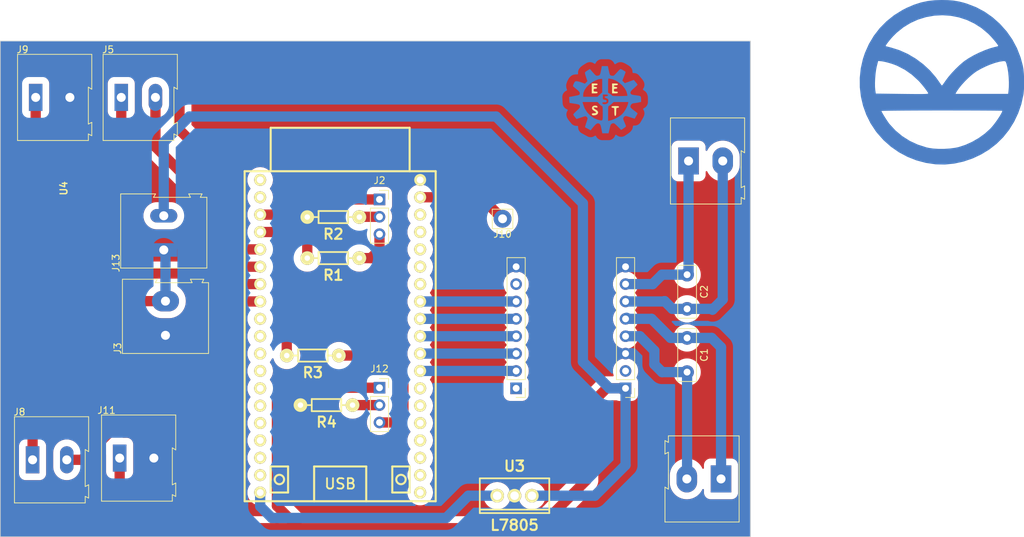
<source format=kicad_pcb>
(kicad_pcb (version 20221018) (generator pcbnew)
  (layers (0 "F.Cu" signal) (31 "B.Cu" signal) (34 "B.Paste" user) (35 "F.Paste" user) (36 "B.SilkS" user "B.Silkscreen") (37 "F.SilkS" user "F.Silkscreen") (38 "B.Mask" user) (39 "F.Mask" user) (44 "Edge.Cuts" user))
  (net 0 "")
  (net 1 "GND")
  (net 2 "/5v")
  (net 3 "/MO1")
  (net 4 "/MO2")
  (net 5 "/MO3")
  (net 8 "/MO4")
  (net 23 "/MA1")
  (net 29 "/Vcc")
  (net 30 "/Servo")
  (net 31 "/MA2")
  (net 32 "/STBY")
  (net 33 "/MB1")
  (net 34 "/MB2")
  (net 40 "/OUT UL")
  (net 41 "/IN UL")
  (net 42 "/swich est")
  (net 43 "/IN inf")
  (net 44 "Net-(J2-Pin_3)")
  (net 45 "Net-(J2-Pin_2)")
  (net 46 "Net-(J12-Pin_3)")
  (net 47 "Net-(J12-Pin_2)")
  (net 48 "/OUT UL 2")
  (net 49 "/IN UL 2")
  (net 50 "/IN inf 2")
  (footprint "EESTN5:RES0.3" (layer "F.Cu") (at 129.5 110.25 180)
    (fp_text reference "R2" (at 0 -2.5) (layer "F.SilkS") (effects (font (size 1.5 1.5) (thickness 0.3))))
    (fp_text value "R" hide)
    (pad "1" thru_hole circle (at -3.81 0 180) (size 1.99898 1.99898) (drill 0.8001) (layers "*.Cu" "*.Mask" "F.SilkS") (net 45 "Net-(J2-Pin_2)"))
    (pad "2" thru_hole circle (at 3.81 0 180) (size 1.99898 1.99898) (drill 0.8001) (layers "*.Cu" "*.Mask" "F.SilkS") (net 1 "GND"))
  )
  (footprint "TerminalBlock:TerminalBlock_Altech_AK300-2_P5.00mm" (layer "F.Cu") (at 85.97 92.75)
    (fp_text reference "J9" (at -1.92 -6.99) (layer "F.SilkS"))
    (fp_text value "BateriadeNotebook")
    (pad "1" thru_hole rect (at 0 0) (size 1.98 3.96) (drill 1.32) (layers "*.Cu" "*.Mask") (net 29 "/Vcc"))
    (pad "2" thru_hole oval (at 5 0) (size 1.98 3.96) (drill 1.32) (layers "*.Cu" "*.Mask") (net 1 "GND"))
  )
  (footprint "EESTN5:ESP32_DEVKITC" (layer "F.Cu") (at 130.5 127.675 -90)
    (fp_text reference "U4" (at -21.623 40.4215 90) (layer "F.SilkS") (effects (font (size 1.016 1.016) (thickness 0.2032))))
    (fp_text value "ESP32_DEVKITC" hide)
    (fp_text user "USB" (at 21.59 0) (layer "F.SilkS") (effects (font (size 1.524 1.524) (thickness 0.254))))
    (pad "1" thru_hole circle (at -22.86 11.7 270) (size 1.75 1.75) (drill 1) (layers "*.Cu" "*.Mask" "F.SilkS"))
    (pad "2" thru_hole circle (at -20.32 11.7 270) (size 1.75 1.75) (drill 1) (layers "*.Cu" "*.Mask" "F.SilkS"))
    (pad "3" thru_hole circle (at -17.78 11.7 270) (size 1.75 1.75) (drill 1) (layers "*.Cu" "*.Mask" "F.SilkS") (net 43 "/IN inf"))
    (pad "4" thru_hole circle (at -15.24 11.7 270) (size 1.75 1.75) (drill 1) (layers "*.Cu" "*.Mask" "F.SilkS") (net 50 "/IN inf 2"))
    (pad "5" thru_hole circle (at -12.7 11.7 270) (size 1.75 1.75) (drill 1) (layers "*.Cu" "*.Mask" "F.SilkS") (net 41 "/IN UL"))
    (pad "6" thru_hole circle (at -10.16 11.7 270) (size 1.75 1.75) (drill 1) (layers "*.Cu" "*.Mask" "F.SilkS") (net 49 "/IN UL 2"))
    (pad "7" thru_hole circle (at -7.62 11.7 270) (size 1.75 1.75) (drill 1) (layers "*.Cu" "*.Mask" "F.SilkS") (net 40 "/OUT UL"))
    (pad "8" thru_hole circle (at -5.08 11.7 270) (size 1.75 1.75) (drill 1) (layers "*.Cu" "*.Mask" "F.SilkS") (net 48 "/OUT UL 2"))
    (pad "9" thru_hole circle (at -2.54 11.7 270) (size 1.75 1.75) (drill 1) (layers "*.Cu" "*.Mask" "F.SilkS"))
    (pad "10" thru_hole circle (at 0 11.7 270) (size 1.75 1.75) (drill 1) (layers "*.Cu" "*.Mask" "F.SilkS"))
    (pad "11" thru_hole circle (at 2.54 11.7 270) (size 1.75 1.75) (drill 1) (layers "*.Cu" "*.Mask" "F.SilkS"))
    (pad "12" thru_hole circle (at 5.08 11.7 270) (size 1.75 1.75) (drill 1) (layers "*.Cu" "*.Mask" "F.SilkS"))
    (pad "13" thru_hole circle (at 7.62 11.7 270) (size 1.75 1.75) (drill 1) (layers "*.Cu" "*.Mask" "F.SilkS"))
    (pad "14" thru_hole circle (at 10.16 11.7 270) (size 1.75 1.75) (drill 1) (layers "*.Cu" "*.Mask" "F.SilkS"))
    (pad "15" thru_hole circle (at 12.7 11.7 270) (size 1.75 1.75) (drill 1) (layers "*.Cu" "*.Mask" "F.SilkS"))
    (pad "16" thru_hole circle (at 15.24 11.7 270) (size 1.75 1.75) (drill 1) (layers "*.Cu" "*.Mask" "F.SilkS"))
    (pad "17" thru_hole circle (at 17.78 11.7 270) (size 1.75 1.75) (drill 1) (layers "*.Cu" "*.Mask" "F.SilkS"))
    (pad "18" thru_hole circle (at 20.32 11.7 270) (size 1.75 1.75) (drill 1) (layers "*.Cu" "*.Mask" "F.SilkS"))
    (pad "19" thru_hole circle (at 22.86 11.7 270) (size 1.75 1.75) (drill 1) (layers "*.Cu" "*.Mask" "F.SilkS") (net 2 "/5v"))
    (pad "20" thru_hole circle (at 22.86 -11.7 90) (size 1.75 1.75) (drill 1) (layers "*.Cu" "*.Mask" "F.SilkS"))
    (pad "21" thru_hole circle (at 20.32 -11.7 90) (size 1.75 1.75) (drill 1) (layers "*.Cu" "*.Mask" "F.SilkS"))
    (pad "22" thru_hole circle (at 17.78 -11.7 90) (size 1.75 1.75) (drill 1) (layers "*.Cu" "*.Mask" "F.SilkS"))
    (pad "23" thru_hole circle (at 15.24 -11.7 90) (size 1.75 1.75) (drill 1) (layers "*.Cu" "*.Mask" "F.SilkS"))
    (pad "24" thru_hole circle (at 12.7 -11.7 90) (size 1.75 1.75) (drill 1) (layers "*.Cu" "*.Mask" "F.SilkS"))
    (pad "25" thru_hole circle (at 10.16 -11.7 90) (size 1.75 1.75) (drill 1) (layers "*.Cu" "*.Mask" "F.SilkS"))
    (pad "26" thru_hole circle (at 7.62 -11.7 90) (size 1.75 1.75) (drill 1) (layers "*.Cu" "*.Mask" "F.SilkS"))
    (pad "27" thru_hole circle (at 5.08 -11.7 90) (size 1.75 1.75) (drill 1) (layers "*.Cu" "*.Mask" "F.SilkS") (net 31 "/MA2"))
    (pad "28" thru_hole circle (at 2.54 -11.7 90) (size 1.75 1.75) (drill 1) (layers "*.Cu" "*.Mask" "F.SilkS") (net 23 "/MA1"))
    (pad "29" thru_hole circle (at 0 -11.7 90) (size 1.75 1.75) (drill 1) (layers "*.Cu" "*.Mask" "F.SilkS") (net 32 "/STBY"))
    (pad "30" thru_hole circle (at -2.54 -11.7 90) (size 1.75 1.75) (drill 1) (layers "*.Cu" "*.Mask" "F.SilkS") (net 33 "/MB1"))
    (pad "31" thru_hole circle (at -5.08 -11.7 90) (size 1.75 1.75) (drill 1) (layers "*.Cu" "*.Mask" "F.SilkS") (net 34 "/MB2"))
    (pad "32" thru_hole circle (at -7.62 -11.7 90) (size 1.75 1.75) (drill 1) (layers "*.Cu" "*.Mask" "F.SilkS"))
    (pad "33" thru_hole circle (at -10.16 -11.7 90) (size 1.75 1.75) (drill 1) (layers "*.Cu" "*.Mask" "F.SilkS") (net 30 "/Servo"))
    (pad "34" thru_hole circle (at -12.7 -11.7 90) (size 1.75 1.75) (drill 1) (layers "*.Cu" "*.Mask" "F.SilkS"))
    (pad "35" thru_hole circle (at -15.24 -11.7 90) (size 1.75 1.75) (drill 1) (layers "*.Cu" "*.Mask" "F.SilkS"))
    (pad "36" thru_hole circle (at -17.78 -11.7 90) (size 1.75 1.75) (drill 1) (layers "*.Cu" "*.Mask" "F.SilkS"))
    (pad "37" thru_hole circle (at -20.32 -11.7 90) (size 1.75 1.75) (drill 1) (layers "*.Cu" "*.Mask" "F.SilkS") (net 42 "/swich est"))
    (pad "38" thru_hole circle (at -22.86 -11.7 90) (size 1.75 1.75) (drill 1) (layers "*.Cu" "*.Mask" "F.SilkS") (net 1 "GND"))
  )
  (footprint "TerminalBlock:TerminalBlock_Altech_AK300-2_P5.00mm" (layer "F.Cu") (at 85.515 145.75)
    (fp_text reference "J8" (at -1.92 -6.99) (layer "F.SilkS"))
    (fp_text value "BateriadeNotebook")
    (pad "1" thru_hole rect (at 0 0) (size 1.98 3.96) (drill 1.32) (layers "*.Cu" "*.Mask") (net 41 "/IN UL"))
    (pad "2" thru_hole oval (at 5 0) (size 1.98 3.96) (drill 1.32) (layers "*.Cu" "*.Mask") (net 48 "/OUT UL 2"))
  )
  (footprint "EESTN5:TO-220" (layer "F.Cu") (at 156 151 180)
    (fp_text reference "U3" (at 0 4.318) (layer "F.SilkS") (effects (font (size 1.524 1.524) (thickness 0.3048))))
    (fp_text value "L7805" (at 0 -4.318) (layer "F.SilkS") (effects (font (size 1.524 1.524) (thickness 0.3048))))
    (pad "1" thru_hole circle (at -2.54 0 180) (size 2 2) (drill 1.24968) (layers "*.Cu" "*.Mask" "F.SilkS") (net 29 "/Vcc"))
    (pad "2" thru_hole circle (at 0 0 180) (size 2 2) (drill 1.24968) (layers "*.Cu" "*.Mask" "F.SilkS") (net 1 "GND"))
    (pad "3" thru_hole circle (at 2.54 0 180) (size 2 2) (drill 1.24968) (layers "*.Cu" "*.Mask" "F.SilkS") (net 2 "/5v"))
  )
  (footprint "TerminalBlock:TerminalBlock_Altech_AK300-2_P5.00mm" (layer "F.Cu") (at 98.25 145.5)
    (fp_text reference "J11" (at -1.92 -6.99) (layer "F.SilkS"))
    (fp_text value "BateriadeNotebook")
    (pad "1" thru_hole rect (at 0 0) (size 1.98 3.96) (drill 1.32) (layers "*.Cu" "*.Mask") (net 29 "/Vcc"))
    (pad "2" thru_hole oval (at 5 0) (size 1.98 3.96) (drill 1.32) (layers "*.Cu" "*.Mask") (net 1 "GND"))
  )
  (footprint "Connector_PinSocket_2.54mm:PinSocket_1x03_P2.54mm_Vertical" (layer "F.Cu") (at 136.25 107.67)
    (fp_text reference "J2" (at 0 -2.77) (layer "F.SilkS"))
    (fp_text value "Screw_Terminal_01x03")
    (pad "1" thru_hole rect (at 0 0) (size 1.7 1.7) (drill 1) (layers "*.Cu" "*.Mask") (net 29 "/Vcc"))
    (pad "2" thru_hole oval (at 0 2.54) (size 1.7 1.7) (drill 1) (layers "*.Cu" "*.Mask") (net 45 "Net-(J2-Pin_2)"))
    (pad "3" thru_hole oval (at 0 5.08) (size 1.7 1.7) (drill 1) (layers "*.Cu" "*.Mask") (net 44 "Net-(J2-Pin_3)"))
  )
  (footprint "TerminalBlock:TerminalBlock_Altech_AK300-2_P5.00mm" (layer "F.Cu") (at 186.2 148.545 180)
    (fp_text reference "J4" hide)
    (fp_text value "Motor2")
    (pad "1" thru_hole rect (at 0 0 180) (size 3 3.96) (drill 1.32) (layers "*.Cu" "*.Mask") (net 4 "/MO2"))
    (pad "2" thru_hole oval (at 5 0 180) (size 3 3.96) (drill 1.32) (layers "*.Cu" "*.Mask") (net 3 "/MO1"))
  )
  (footprint "EESTN5:RES0.3" (layer "F.Cu") (at 126.5 130.5 180)
    (fp_text reference "R3" (at 0 -2.5) (layer "F.SilkS") (effects (font (size 1.5 1.5) (thickness 0.3))))
    (fp_text value "R" hide)
    (pad "1" thru_hole circle (at -3.81 0 180) (size 1.99898 1.99898) (drill 0.8001) (layers "*.Cu" "*.Mask" "F.SilkS") (net 46 "Net-(J12-Pin_3)"))
    (pad "2" thru_hole circle (at 3.81 0 180) (size 1.99898 1.99898) (drill 0.8001) (layers "*.Cu" "*.Mask" "F.SilkS") (net 50 "/IN inf 2"))
  )
  (footprint "EESTN5:RES0.3" (layer "F.Cu") (at 128.5 137.75 180)
    (fp_text reference "R4" (at 0 -2.5) (layer "F.SilkS") (effects (font (size 1.5 1.5) (thickness 0.3))))
    (fp_text value "R" hide)
    (pad "1" thru_hole circle (at -3.81 0 180) (size 1.99898 1.99898) (drill 0.8001) (layers "*.Cu" "*.Mask" "F.SilkS") (net 47 "Net-(J12-Pin_2)"))
    (pad "2" thru_hole circle (at 3.81 0 180) (size 1.99898 1.99898) (drill 0.8001) (layers "*.Cu" "*.Mask" "F.SilkS") (net 1 "GND"))
  )
  (footprint "Connector_Pin:Pin_D1.3mm_L11.3mm_W2.8mm_Flat" (layer "F.Cu") (at 154.25 110.5)
    (fp_text reference "J10" (at 0 2.25) (layer "F.SilkS"))
    (fp_text value "Screw_Terminal_01x01")
    (pad "1" thru_hole circle (at 0 0) (size 2.6 2.6) (drill 1.3) (layers "*.Cu" "*.Mask") (net 42 "/swich est"))
  )
  (footprint "EESTN5:LOGO_EESTN5" (layer "F.Cu") (at 169.25 93)
    (fp_text reference "G***" hide)
    (fp_text value "LOGO" hide)
    (fp_poly (pts (xy 0.539361 -4.151857) (xy 0.613933 -3.818777) (xy 0.675789 -3.615221) (xy 0.746422 -3.504868) (xy 0.847324 -3.4514) (xy 0.970023 -3.424098) (xy 1.145299 -3.406255) (xy 1.284159 -3.449773) (xy 1.439308 -3.581438) (xy 1.580409 -3.734317) (xy 1.859395 -4.043435) (xy 2.049383 -4.243541) (xy 2.171009 -4.354672) (xy 2.244906 -4.39687) (xy 2.264833 -4.398995) (xy 2.375118 -4.357122) (xy 2.561062 -4.260084) (xy 2.76462 -4.141534) (xy 2.927749 -4.035128) (xy 2.992105 -3.977308) (xy 2.969059 -3.88328) (xy 2.895782 -3.673804) (xy 2.786828 -3.389883) (xy 2.757835 -3.317324) (xy 2.510004 -2.7017) (xy 2.695716 -2.515988) (xy 2.881428 -2.330275) (xy 3.536214 -2.56659) (xy 4.191 -2.802904) (xy 4.464907 -2.480952) (xy 4.622881 -2.286636) (xy 4.722472 -2.147555) (xy 4.740073 -2.110536) (xy 4.681507 -2.036295) (xy 4.524234 -1.880191) (xy 4.297747 -1.670992) (xy 4.201938 -1.585565) (xy 3.931215 -1.336576) (xy 3.772658 -1.159728) (xy 3.703898 -1.024329) (xy 3.702463 -0.900236) (xy 3.741727 -0.780219) (xy 3.827105 -0.697209) (xy 3.992135 -0.636975) (xy 4.270355 -0.585291) (xy 4.529666 -0.549293) (xy 4.876918 -0.5005) (xy 5.089422 -0.448985) (xy 5.200267 -0.369555) (xy 5.242541 -0.237014) (xy 5.249331 -0.026169) (xy 5.249333 -0.001311) (xy 5.249333 0.409301) (xy 4.821832 0.500984) (xy 4.531353 0.554948) (xy 4.279094 0.587898) (xy 4.19288 0.592666) (xy 3.992397 0.644554) (xy 3.814439 0.767657) (xy 3.726608 0.913137) (xy 3.725333 0.930456) (xy 3.697673 1.068866) (xy 3.680821 1.118146) (xy 3.724177 1.230398) (xy 3.900954 1.411134) (xy 4.188821 1.639824) (xy 4.444975 1.832685) (xy 4.638057 1.987161) (xy 4.73557 2.07694) (xy 4.741333 2.087176) (xy 4.702094 2.178074) (xy 4.601932 2.364055) (xy 4.526645 2.495183) (xy 4.311957 2.86152) (xy 3.641576 2.641747) (xy 3.311848 2.536019) (xy 3.101924 2.481175) (xy 2.97109 2.474177) (xy 2.878633 2.511984) (xy 2.79793 2.578776) (xy 2.684497 2.698445) (xy 2.638803 2.820406) (xy 2.662788 2.987252) (xy 2.758396 3.241572) (xy 2.836333 3.420879) (xy 2.947904 3.683896) (xy 3.024596 3.885222) (xy 3.048 3.970496) (xy 2.983236 4.054415) (xy 2.818165 4.189294) (xy 2.698733 4.272631) (xy 2.349467 4.503764) (xy 1.826995 3.985935) (xy 1.571156 3.73725) (xy 1.398047 3.590519) (xy 1.272476 3.52617) (xy 1.159252 3.52463) (xy 1.053372 3.555658) (xy 0.924955 3.613874) (xy 0.835005 3.706389) (xy 0.763325 3.871463) (xy 0.68972 4.147351) (xy 0.650268 4.319271) (xy 0.498314 4.995333) (xy -0.411328 4.995333) (xy -0.50736 4.5085) (xy -0.591258 4.108407) (xy -0.664258 3.843771) (xy -0.741455 3.682721) (xy -0.837942 3.593386) (xy -0.963523 3.545299) (xy -1.108962 3.537071) (xy -1.264686 3.602976) (xy -1.452317 3.760547) (xy -1.693481 4.027318) (xy -1.951466 4.346356) (xy -2.118691 4.558948) (xy -2.519846 4.339498) (xy -2.745917 4.215493) (xy -2.900447 4.1301) (xy -2.941364 4.106938) (xy -2.925799 4.026779) (xy -2.866548 3.824897) (xy -2.775095 3.53966) (xy -2.740404 3.435559) (xy -2.633263 3.110289) (xy -2.577935 2.904831) (xy -2.571464 2.778763) (xy -2.610892 2.691668) (xy -2.68044 2.615931) (xy -2.765973 2.539397) (xy -2.855413 2.505628) (xy -2.988705 2.517687) (xy -3.205794 2.57864) (xy -3.511289 2.679668) (xy -4.18078 2.904765) (xy -4.418724 2.619747) (xy -4.56483 2.426284) (xy -4.649125 2.278965) (xy -4.657262 2.246864) (xy -4.598523 2.152957) (xy -4.441822 1.980728) (xy -4.217331 1.762566) (xy -4.14164 1.693333) (xy -3.88432 1.453275) (xy -3.735721 1.286469) (xy -3.673316 1.159174) (xy -3.674582 1.037644) (xy -3.682045 1.004845) (xy -3.721971 0.895506) (xy -3.798529 0.820057) (xy -3.946993 0.763383) (xy -4.202638 0.710367) (xy -4.472833 0.665981) (xy -5.207 0.549938) (xy -5.214403 0.423333) (xy -3.305227 0.423333) (xy -3.2502 0.656166) (xy -3.013172 1.323016) (xy -2.644907 1.918903) (xy -2.167421 2.419522) (xy -1.602732 2.800566) (xy -1.132503 2.994096) (xy -0.81516 3.090169) (xy -0.596032 3.135588) (xy -0.456965 3.109318) (xy -0.379808 2.990329) (xy -0.346406 2.757586) (xy -0.338606 2.390057) (xy -0.33866 2.107666) (xy 0.423333 2.107666) (xy 0.423333 3.199333) (xy 0.767873 3.12192) (xy 1.031754 3.040452) (xy 1.361932 2.908805) (xy 1.617045 2.78977) (xy 1.944252 2.603669) (xy 2.26312 2.388654) (xy 2.445214 2.242736) (xy 2.707016 1.94742) (xy 2.967115 1.557063) (xy 3.187016 1.137956) (xy 3.328224 0.756388) (xy 3.341958 0.6985) (xy 3.400121 0.423333) (xy 1.24819 0.423333) (xy 0.920184 0.719666) (xy 0.718894 0.887939) (xy 0.561573 0.995307) (xy 0.507756 1.016) (xy 0.4717 1.097552) (xy 0.444693 1.330094) (xy 0.428139 1.695457) (xy 0.423333 2.107666) (xy -0.33866 2.107666) (xy -0.338667 2.074333) (xy -0.342196 1.620223) (xy -0.354565 1.311408) (xy -0.378446 1.123962) (xy -0.416512 1.033957) (xy -0.456896 1.016) (xy -0.579897 0.956565) (xy -0.754009 0.80635) (xy -0.83531 0.719666) (xy -0.980075 0.554787) (xy -0.423334 0.554787) (xy -0.353129 0.684246) (xy -0.177325 0.747288) (xy 0.051862 0.738881) (xy 0.282214 0.653993) (xy 0.324585 0.626866) (xy 0.468277 0.465976) (xy 0.492508 0.234594) (xy 0.491591 0.224699) (xy 0.440212 0.024699) (xy 0.300828 -0.085076) (xy 0.1905 -0.123343) (xy -0.015317 -0.218891) (xy -0.079307 -0.321746) (xy 0.000782 -0.399964) (xy 0.169333 -0.423334) (xy 0.370985 -0.461198) (xy 0.423333 -0.550334) (xy 0.373471 -0.634041) (xy 0.20393 -0.67217) (xy 0.042333 -0.677334) (xy -0.338667 -0.677334) (xy -0.338667 -0.301698) (xy -0.330542 -0.06856) (xy -0.28347 0.045072) (xy -0.163409 0.088954) (xy -0.0635 0.100468) (xy 0.135797 0.14694) (xy 0.208528 0.252149) (xy 0.211666 0.296333) (xy 0.183034 0.408533) (xy 0.066884 0.453168) (xy -0.105834 0.456009) (xy -0.339492 0.475785) (xy -0.423249 0.551435) (xy -0.423334 0.554787) (xy -0.980075 0.554787) (xy -1.095494 0.423333) (xy -3.305227 0.423333) (xy -5.214403 0.423333) (xy -5.232027 0.121935) (xy -5.257053 -0.306067) (xy -4.681693 -0.415636) (xy -4.276338 -0.493947) (xy -4.007454 -0.552764) (xy -3.845146 -0.604172) (xy -3.793785 -0.637815) (xy -3.217334 -0.637815) (xy -3.217334 -0.338667) (xy -1.128843 -0.338667) (xy -0.776088 -0.664328) (xy -0.423334 -0.989989) (xy -0.423334 -2.002278) (xy 0.423333 -2.002278) (xy 0.423333 -0.945145) (xy 0.719666 -0.762) (xy 0.9052 -0.62955) (xy 1.008424 -0.521323) (xy 1.016 -0.498638) (xy 1.096786 -0.467835) (xy 1.32412 -0.447345) (xy 1.675466 -0.438302) (xy 2.128287 -0.441844) (xy 2.137833 -0.442043) (xy 3.259666 -0.465667) (xy 3.233221 -0.711733) (xy 3.112748 -1.138874) (xy 2.859857 -1.580812) (xy 2.505286 -2.007024) (xy 2.079775 -2.386987) (xy 1.614062 -2.690181) (xy 1.138885 -2.886082) (xy 1.012633 -2.916685) (xy 0.768622 -2.969346) (xy 0.57827 -3.015809) (xy 0.5715 -3.017694) (xy 0.509886 -3.021774) (xy 0.468111 -2.975683) (xy 0.44238 -2.85341) (xy 0.428899 -2.628949) (xy 0.423871 -2.276289) (xy 0.423333 -2.002278) (xy -0.423334 -2.002278) (xy -0.423334 -2.963334) (xy -0.631824 -2.963334) (xy -0.962471 -2.908346) (xy -1.366107 -2.758565) (xy -1.793853 -2.536766) (xy -2.196832 -2.265724) (xy -2.291533 -2.189985) (xy -2.698486 -1.787206) (xy -3.000483 -1.354628) (xy -3.177849 -0.925242) (xy -3.217334 -0.637815) (xy -3.793785 -0.637815) (xy -3.759524 -0.660256) (xy -3.720693 -0.733098) (xy -3.703308 -0.811154) (xy -3.706848 -0.941961) (xy -3.786238 -1.081332) (xy -3.965688 -1.262632) (xy -4.139283 -1.411952) (xy -4.381611 -1.614247) (xy -4.575097 -1.775937) (xy -4.680862 -1.864533) (xy -4.684694 -1.867764) (xy -4.691098 -1.970977) (xy -4.627829 -2.16599) (xy -4.572893 -2.284251) (xy -4.452042 -2.500176) (xy -4.344728 -2.598304) (xy -4.194602 -2.615078) (xy -4.0792 -2.60354) (xy -3.806817 -2.547874) (xy -3.48659 -2.452027) (xy -3.365098 -2.407471) (xy -2.962528 -2.249177) (xy -2.586454 -2.625251) (xy -2.785005 -3.208458) (xy -2.878316 -3.507216) (xy -2.938197 -3.748097) (xy -2.952785 -3.882679) (xy -2.951494 -3.887854) (xy -2.864556 -3.985317) (xy -2.680796 -4.122545) (xy -2.571491 -4.19153) (xy -2.223552 -4.399015) (xy -1.776316 -3.884817) (xy -1.546227 -3.628086) (xy -1.386242 -3.479477) (xy -1.260197 -3.415278) (xy -1.131928 -3.411774) (xy -1.070915 -3.422251) (xy -0.908518 -3.463784) (xy -0.799582 -3.533441) (xy -0.723458 -3.666416) (xy -0.659498 -3.897905) (xy -0.591529 -4.239364) (xy -0.480839 -4.826) (xy 0.394495 -4.826) (xy 0.539361 -4.151857)) (stroke (width 0.01)) (fill solid) (layer "B.Cu"))
  )
  (footprint "TerminalBlock:TerminalBlock_Altech_AK300-2_P5.00mm" (layer "F.Cu") (at 104.95 127.545 90)
    (fp_text reference "J3" (at -1.92 -6.99 90) (layer "F.SilkS"))
    (fp_text value "BateriadeNotebook" hide)
    (pad "1" thru_hole rect (at 0 0 90) (size 3 3.96) (drill 1.32) (layers "*.Cu" "*.Mask") (net 1 "GND"))
    (pad "2" thru_hole oval (at 5 0 90) (size 3 3.96) (drill 1.32) (layers "*.Cu" "*.Mask") (net 29 "/Vcc"))
  )
  (footprint "Capacitor_THT:C_Disc_D7.5mm_W2.5mm_P5.00mm" (layer "F.Cu") (at 181.235 127.925 -90)
    (fp_text reference "C1" (at 2.5 -2.5 90) (layer "F.SilkS"))
    (fp_text value "C")
    (pad "1" thru_hole circle (at 0 0 270) (size 2 2) (drill 1) (layers "*.Cu" "*.Mask") (net 4 "/MO2"))
    (pad "2" thru_hole circle (at 5 0 270) (size 2 2) (drill 1) (layers "*.Cu" "*.Mask") (net 3 "/MO1"))
  )
  (footprint "TerminalBlock:TerminalBlock_Altech_AK300-2_P5.00mm" (layer "F.Cu") (at 181.45 102.045)
    (fp_text reference "J1" hide)
    (fp_text value "Motor1")
    (pad "1" thru_hole rect (at 0 0) (size 3 3.96) (drill 1.32) (layers "*.Cu" "*.Mask") (net 8 "/MO4"))
    (pad "2" thru_hole oval (at 5 0) (size 3 3.96) (drill 1.32) (layers "*.Cu" "*.Mask") (net 5 "/MO3"))
  )
  (footprint "Connector_PinSocket_2.54mm:PinSocket_1x03_P2.54mm_Vertical" (layer "F.Cu") (at 136.25 135.21)
    (fp_text reference "J12" (at 0 -2.77) (layer "F.SilkS"))
    (fp_text value "Screw_Terminal_01x03")
    (pad "1" thru_hole rect (at 0 0) (size 1.7 1.7) (drill 1) (layers "*.Cu" "*.Mask") (net 29 "/Vcc"))
    (pad "2" thru_hole oval (at 0 2.54) (size 1.7 1.7) (drill 1) (layers "*.Cu" "*.Mask") (net 47 "Net-(J12-Pin_2)"))
    (pad "3" thru_hole oval (at 0 5.08) (size 1.7 1.7) (drill 1) (layers "*.Cu" "*.Mask") (net 46 "Net-(J12-Pin_3)"))
  )
  (footprint "Connector_PinHeader_2.54mm:PinHeader_1x08_P2.54mm_Vertical" (layer "F.Cu") (at 156.235 135.295 180)
    (fp_text reference "J7" hide)
    (fp_text value "DRV883_I")
    (pad "1" thru_hole rect (at 0 0 180) (size 1.7 1.7) (drill 1) (layers "*.Cu" "*.Mask"))
    (pad "2" thru_hole oval (at 0 2.54 180) (size 1.7 1.7) (drill 1) (layers "*.Cu" "*.Mask") (net 31 "/MA2"))
    (pad "3" thru_hole oval (at 0 5.08 180) (size 1.7 1.7) (drill 1) (layers "*.Cu" "*.Mask") (net 23 "/MA1"))
    (pad "4" thru_hole oval (at 0 7.62 180) (size 1.7 1.7) (drill 1) (layers "*.Cu" "*.Mask") (net 32 "/STBY"))
    (pad "5" thru_hole oval (at 0 10.16 180) (size 1.7 1.7) (drill 1) (layers "*.Cu" "*.Mask") (net 33 "/MB1"))
    (pad "6" thru_hole oval (at 0 12.7 180) (size 1.7 1.7) (drill 1) (layers "*.Cu" "*.Mask") (net 34 "/MB2"))
    (pad "7" thru_hole oval (at 0 15.24 180) (size 1.7 1.7) (drill 1) (layers "*.Cu" "*.Mask"))
    (pad "8" thru_hole oval (at 0 17.78 180) (size 1.7 1.7) (drill 1) (layers "*.Cu" "*.Mask") (net 1 "GND"))
  )
  (footprint "Capacitor_THT:C_Disc_D7.5mm_W2.5mm_P5.00mm" (layer "F.Cu") (at 181.235 118.675 -90)
    (fp_text reference "C2" (at 2.5 -2.5 90) (layer "F.SilkS"))
    (fp_text value "C")
    (pad "1" thru_hole circle (at 0 0 270) (size 2 2) (drill 1) (layers "*.Cu" "*.Mask") (net 8 "/MO4"))
    (pad "2" thru_hole circle (at 5 0 270) (size 2 2) (drill 1) (layers "*.Cu" "*.Mask") (net 5 "/MO3"))
  )
  (footprint "TerminalBlock:TerminalBlock_Altech_AK300-2_P5.00mm" (layer "F.Cu") (at 98.485 92.75)
    (fp_text reference "J5" (at -1.92 -6.99) (layer "F.SilkS"))
    (fp_text value "BateriadeNotebook")
    (pad "1" thru_hole rect (at 0 0) (size 1.98 3.96) (drill 1.32) (layers "*.Cu" "*.Mask") (net 40 "/OUT UL"))
    (pad "2" thru_hole oval (at 5 0) (size 1.98 3.96) (drill 1.32) (layers "*.Cu" "*.Mask") (net 49 "/IN UL 2"))
  )
  (footprint "Connector_PinHeader_2.54mm:PinHeader_1x08_P2.54mm_Vertical" (layer "F.Cu") (at 172.235 135.295 180)
    (fp_text reference "J6" hide)
    (fp_text value "DRV8833_O")
    (pad "1" thru_hole rect (at 0 0 180) (size 1.7 1.7) (drill 1) (layers "*.Cu" "*.Mask") (net 29 "/Vcc"))
    (pad "2" thru_hole oval (at 0 2.54 180) (size 1.7 1.7) (drill 1) (layers "*.Cu" "*.Mask"))
    (pad "3" thru_hole oval (at 0 5.08 180) (size 1.7 1.7) (drill 1) (layers "*.Cu" "*.Mask") (net 1 "GND"))
    (pad "4" thru_hole oval (at 0 7.62 180) (size 1.7 1.7) (drill 1) (layers "*.Cu" "*.Mask") (net 3 "/MO1"))
    (pad "5" thru_hole oval (at 0 10.16 180) (size 1.7 1.7) (drill 1) (layers "*.Cu" "*.Mask") (net 4 "/MO2"))
    (pad "6" thru_hole oval (at 0 12.7 180) (size 1.7 1.7) (drill 1) (layers "*.Cu" "*.Mask") (net 5 "/MO3"))
    (pad "7" thru_hole oval (at 0 15.24 180) (size 1.7 1.7) (drill 1) (layers "*.Cu" "*.Mask") (net 8 "/MO4"))
    (pad "8" thru_hole oval (at 0 17.78 180) (size 1.7 1.7) (drill 1) (layers "*.Cu" "*.Mask") (net 1 "GND"))
  )
  (footprint "LOGO" (layer "F.Cu") (at 218.5 90.5)
    (fp_text reference "G***" hide)
    (fp_text value "LOGO" hide)
    (fp_poly (pts (xy 0.862652 -11.978673) (xy 1.654496 -11.917105) (xy 2.387586 -11.803158) (xy 3.117322 -11.628755) (xy 3.710445 -11.448624) (xy 5.030354 -10.934499) (xy 6.252514 -10.283702) (xy 7.392596 -9.486582) (xy 8.466272 -8.533489) (xy 8.501789 -8.498234) (xy 9.477422 -7.407794) (xy 10.304034 -6.228783) (xy 10.981326 -4.961748) (xy 11.508998 -3.607236) (xy 11.835679 -2.405478) (xy 11.927942 -1.851525) (xy 11.991966 -1.177369) (xy 12.026722 -0.434038) (xy 12.031178 0.32744) (xy 12.004306 1.056038) (xy 11.945075 1.700729) (xy 11.921838 1.863823) (xy 11.623748 3.226455) (xy 11.168289 4.549684) (xy 10.566459 5.813405) (xy 9.829256 6.997515) (xy 8.967675 8.08191) (xy 7.992856 9.046363) (xy 6.896823 9.89536) (xy 5.708418 10.61554) (xy 4.448276 11.199951) (xy 3.137028 11.641639) (xy 1.795306 11.933651) (xy 0.443743 12.069033) (xy -0.893456 12.041133) (xy -2.329697 11.835282) (xy -3.717123 11.467517) (xy -5.043385 10.944647) (xy -6.296129 10.273484) (xy -7.463003 9.460838) (xy -8.531656 8.513519) (xy -9.489736 7.438338) (xy -9.673291 7.200187) (xy -10.438049 6.040566) (xy -11.05598 4.80167) (xy -11.260451 4.233945) (xy -8.84232 4.233945) (xy -8.796968 4.352022) (xy -8.675408 4.578168) (xy -8.499387 4.877396) (xy -8.290649 5.214717) (xy -8.070941 5.555144) (xy -7.862009 5.863688) (xy -7.685598 6.105362) (xy -7.655792 6.143014) (xy -6.781799 7.089279) (xy -5.792437 7.911742) (xy -4.702035 8.601657) (xy -3.524925 9.15028) (xy -2.275437 9.548864) (xy -1.950511 9.624675) (xy -1.269329 9.728516) (xy -0.480093 9.777633) (xy 0.361249 9.773544) (xy 1.198747 9.71777) (xy 1.976453 9.611829) (xy 2.470649 9.504638) (xy 3.463721 9.176646) (xy 4.458085 8.722189) (xy 5.414194 8.1653) (xy 6.292504 7.530012) (xy 7.053467 6.840356) (xy 7.306345 6.565925) (xy 7.596651 6.212874) (xy 7.895904 5.815209) (xy 8.184559 5.402933) (xy 8.443073 5.006051) (xy 8.651901 4.654568) (xy 8.791498 4.378486) (xy 8.842321 4.207891) (xy 8.757547 4.201423) (xy 8.510886 4.195219) (xy 8.11383 4.189341) (xy 7.57787 4.18385) (xy 6.914498 4.178805) (xy 6.135205 4.174269) (xy 5.251485 4.170301) (xy 4.274827 4.166964) (xy 3.216724 4.164316) (xy 2.088668 4.16242) (xy 0.90215 4.161336) (xy 0 4.161093) (xy -1.22214 4.161791) (xy -2.39426 4.163823) (xy -3.504868 4.167095) (xy -4.542473 4.171511) (xy -5.495582 4.176976) (xy -6.352704 4.183397) (xy -7.102348 4.190678) (xy -7.733021 4.198725) (xy -8.233232 4.207442) (xy -8.59149 4.216737) (xy -8.796302 4.226512) (xy -8.84232 4.233945) (xy -11.260451 4.233945) (xy -11.524798 3.499973) (xy -11.842215 2.151953) (xy -12.005947 0.774082) (xy -12.009694 0.102426) (xy -9.783607 0.102426) (xy -9.780635 0.69121) (xy -9.7434 1.16964) (xy -9.73701 1.213652) (xy -9.663544 1.690444) (xy -6.067096 1.733789) (xy -5.110526 1.74479) (xy -4.31334 1.752533) (xy -3.661571 1.75676) (xy -3.141249 1.757214) (xy -2.738408 1.753638) (xy -2.439078 1.745777) (xy -2.23636 1.733789) (xy 1.987757 1.733789) (xy 5.836703 1.733789) (xy 9.685649 1.733789) (xy 9.740777 1.331587) (xy 9.79214 0.725206) (xy 9.798901 0.032561) (xy 9.764936 -0.697203) (xy 9.694121 -1.414943) (xy 9.590333 -2.071514) (xy 9.457448 -2.617771) (xy 9.420354 -2.730716) (xy 9.334712 -2.946105) (xy 9.238219 -3.041513) (xy 9.067024 -3.057705) (xy 8.923314 -3.048039) (xy 8.384467 -2.961616) (xy 7.748156 -2.788044) (xy 7.05593 -2.543785) (xy 6.349338 -2.245303) (xy 5.669929 -1.90906) (xy 5.059251 -1.551521) (xy 4.928905 -1.465304) (xy 4.438217 -1.094879) (xy 3.91782 -0.637977) (xy 3.399829 -0.128571) (xy 2.916361 0.399367) (xy 2.499531 0.911861) (xy 2.181457 1.37494) (xy 2.089066 1.538738) (xy 1.987757 1.733789) (xy -2.23636 1.733789) (xy -2.229292 1.733371) (xy -2.09508 1.716166) (xy -2.022476 1.693903) (xy -1.997509 1.666326) (xy -1.997052 1.658933) (xy -2.053936 1.534423) (xy -2.201192 1.310445) (xy -2.414925 1.017926) (xy -2.671241 0.687794) (xy -2.946246 0.350978) (xy -3.216045 0.038405) (xy -3.415076 -0.176511) (xy -4.383505 -1.060806) (xy -5.427214 -1.793565) (xy -6.538176 -2.369253) (xy -6.687669 -2.432493) (xy -7.203774 -2.624519) (xy -7.763358 -2.798316) (xy -8.308891 -2.938318) (xy -8.782838 -3.028956) (xy -8.972354 -3.050697) (xy -9.319112 -3.077474) (xy -9.518713 -2.297269) (xy -9.61987 -1.796559) (xy -9.699932 -1.194407) (xy -9.755609 -0.543763) (xy -9.783607 0.102426) (xy -12.009694 0.102426) (xy -12.013708 -0.617163) (xy -11.86321 -2.005308) (xy -11.552169 -3.373877) (xy -11.261826 -4.247781) (xy -10.813664 -5.253852) (xy -8.222178 -5.253852) (xy -8.130338 -5.224711) (xy -7.909235 -5.164978) (xy -7.598069 -5.085075) (xy -7.419889 -5.04055) (xy -6.180282 -4.648376) (xy -4.967452 -4.099963) (xy -3.805774 -3.412436) (xy -2.719623 -2.602917) (xy -1.733377 -1.68853) (xy -0.87141 -0.6864) (xy -0.517235 -0.191572) (xy -0.311094 0.108731) (xy -0.139527 0.346136) (xy -0.025613 0.489383) (xy 0.006039 0.517206) (xy 0.07176 0.451103) (xy 0.210881 0.270063) (xy 0.401287 0.003847) (xy 0.567541 -0.238395) (xy 0.95763 -0.760271) (xy 1.450149 -1.334564) (xy 2.003076 -1.91781) (xy 2.574385 -2.466546) (xy 3.122052 -2.937308) (xy 3.337543 -3.103264) (xy 3.95715 -3.515771) (xy 4.681822 -3.924943) (xy 5.466466 -4.310501) (xy 6.265993 -4.652163) (xy 7.035309 -4.929647) (xy 7.729324 -5.122674) (xy 7.91041 -5.160022) (xy 8.118697 -5.213859) (xy 8.229808 -5.271778) (xy 8.235495 -5.284774) (xy 8.179399 -5.408018) (xy 8.027107 -5.627343) (xy 7.802614 -5.91387) (xy 7.529915 -6.238723) (xy 7.233006 -6.573023) (xy 6.935882 -6.887895) (xy 6.750896 -7.071443) (xy 5.779877 -7.887778) (xy 4.733351 -8.556617) (xy 3.626289 -9.078362) (xy 2.473666 -9.453412) (xy 1.290452 -9.68217) (xy 0.091622 -9.765036) (xy -1.107853 -9.702411) (xy -2.293001 -9.494697) (xy -3.448847 -9.142295) (xy -4.56042 -8.645605) (xy -5.612748 -8.005029) (xy -6.590857 -7.220969) (xy -7.118948 -6.699886) (xy -7.394283 -6.394752) (xy -7.661831 -6.07747) (xy -7.899973 -5.776374) (xy -8.087091 -5.519803) (xy -8.201567 -5.336091) (xy -8.222178 -5.253852) (xy -10.813664 -5.253852) (xy -10.679068 -5.556005) (xy -9.952646 -6.77149) (xy -9.090415 -7.885783) (xy -8.100224 -8.890427) (xy -6.989927 -9.776967) (xy -5.767374 -10.536948) (xy -5.114067 -10.867961) (xy -4.06943 -11.313852) (xy -3.069821 -11.63785) (xy -2.062794 -11.851622) (xy -0.995899 -11.966835) (xy -0.043344 -11.99594)) (fill solid) (layer "B.Cu"))
  )
  (footprint "EESTN5:RES0.3" (layer "F.Cu") (at 129.5 116.25 180)
    (fp_text reference "R1" (at 0 -2.5) (layer "F.SilkS") (effects (font (size 1.5 1.5) (thickness 0.3))))
    (fp_text value "R" hide)
    (pad "1" thru_hole circle (at -3.81 0 180) (size 1.99898 1.99898) (drill 0.8001) (layers "*.Cu" "*.Mask" "F.SilkS") (net 44 "Net-(J2-Pin_3)"))
    (pad "2" thru_hole circle (at 3.81 0 180) (size 1.99898 1.99898) (drill 0.8001) (layers "*.Cu" "*.Mask" "F.SilkS") (net 43 "/IN inf"))
  )
  (footprint "TerminalBlock:TerminalBlock_Altech_AK300-2_P5.00mm" (layer "F.Cu") (at 104.7 115.06 90)
    (fp_text reference "J13" (at -1.92 -6.99 90) (layer "F.SilkS"))
    (fp_text value "Motor2")
    (pad "1" thru_hole rect (at 0 0 90) (size 1.98 3.96) (drill 1.32) (layers "*.Cu" "*.Mask") (net 1 "GND"))
    (pad "2" thru_hole oval (at 5 0 90) (size 1.98 3.96) (drill 1.32) (layers "*.Cu" "*.Mask") (net 29 "/Vcc"))
  )
  (gr_rect (start 80.8 84.5) (end 190.5 157) (stroke (width 0.1)) (fill none) (layer "Edge.Cuts"))
  (segment (start 128.315 104.815) (end 142.2 104.815) (width 1.5) (layer "F.Cu") (net 1))
  (segment (start 125.69 110.25) (end 125.69 107.31) (width 1.5) (layer "F.Cu") (net 1))
  (segment (start 125.69 107.31) (end 128.25 104.75) (width 1.5) (layer "F.Cu") (net 1))
  (segment (start 128.25 104.75) (end 128.315 104.815) (width 1.5) (layer "F.Cu") (net 1))
  (segment (start 160.75 120.827919) (end 160.75 139.75) (width 1.5) (layer "B.Cu") (net 1))
  (segment (start 160.75 139.75) (end 156 144.5) (width 1.5) (layer "B.Cu") (net 1))
  (segment (start 156 144.5) (end 156 151) (width 1.5) (layer "B.Cu") (net 1))
  (segment (start 157.437081 117.515) (end 160.75 120.827919) (width 1.5) (layer "B.Cu") (net 1))
  (segment (start 156.41 117.34) (end 156.235 117.515) (width 1.5) (layer "B.Cu") (net 1))
  (segment (start 156.235 117.515) (end 157.437081 117.515) (width 1.5) (layer "B.Cu") (net 1))
  (segment (start 120.5 154.25) (end 146 154.25) (width 1.5) (layer "B.Cu") (net 2))
  (segment (start 149.25 151) (end 153.46 151) (width 1.5) (layer "B.Cu") (net 2))
  (segment (start 118.8 150.535) (end 118.8 152.55) (width 1.5) (layer "B.Cu") (net 2))
  (segment (start 118.8 152.55) (end 120.5 154.25) (width 1.5) (layer "B.Cu") (net 2))
  (segment (start 146 154.25) (end 149.25 151) (width 1.5) (layer "B.Cu") (net 2))
  (segment (start 177.58 132.925) (end 176.45 131.795) (width 1.5) (layer "B.Cu") (net 3))
  (segment (start 176.45 131.795) (end 176.45 129.795) (width 1.5) (layer "B.Cu") (net 3))
  (segment (start 181.235 148.51) (end 181.2 148.545) (width 1.5) (layer "B.Cu") (net 3))
  (segment (start 176.45 129.795) (end 174.33 127.675) (width 1.5) (layer "B.Cu") (net 3))
  (segment (start 181.235 132.925) (end 181.235 148.51) (width 1.5) (layer "B.Cu") (net 3))
  (segment (start 181.235 132.925) (end 177.58 132.925) (width 1.5) (layer "B.Cu") (net 3))
  (segment (start 174.33 127.675) (end 172.235 127.675) (width 1.5) (layer "B.Cu") (net 3))
  (segment (start 176.04 125.135) (end 172.235 125.135) (width 1.5) (layer "B.Cu") (net 4))
  (segment (start 186.2 148.545) (end 186.2 129.295) (width 1.5) (layer "B.Cu") (net 4))
  (segment (start 184.83 127.925) (end 181.235 127.925) (width 1.5) (layer "B.Cu") (net 4))
  (segment (start 186.2 129.295) (end 184.83 127.925) (width 1.5) (layer "B.Cu") (net 4))
  (segment (start 181.235 127.925) (end 178.83 127.925) (width 1.5) (layer "B.Cu") (net 4))
  (segment (start 178.83 127.925) (end 176.04 125.135) (width 1.5) (layer "B.Cu") (net 4))
  (segment (start 172.395 124.975) (end 172.235 125.135) (width 1.5) (layer "B.Cu") (net 4))
  (segment (start 177.95 122.545) (end 177.9 122.595) (width 1.5) (layer "B.Cu") (net 5))
  (segment (start 186.45 122.295) (end 184.95 123.795) (width 1.5) (layer "B.Cu") (net 5))
  (segment (start 184.83 123.675) (end 181.235 123.675) (width 1.5) (layer "B.Cu") (net 5))
  (segment (start 177.9 122.595) (end 172.235 122.595) (width 1.5) (layer "B.Cu") (net 5))
  (segment (start 186.45 102.045) (end 186.45 122.295) (width 1.5) (layer "B.Cu") (net 5))
  (segment (start 181.235 123.675) (end 179.08 123.675) (width 1.5) (layer "B.Cu") (net 5))
  (segment (start 179.08 123.675) (end 177.95 122.545) (width 1.5) (layer "B.Cu") (net 5))
  (segment (start 184.95 123.795) (end 184.83 123.675) (width 1.5) (layer "B.Cu") (net 5))
  (segment (start 181.45 102.045) (end 181.45 118.46) (width 1.5) (layer "B.Cu") (net 8))
  (segment (start 181.235 118.675) (end 177.57 118.675) (width 1.5) (layer "B.Cu") (net 8))
  (segment (start 181.45 118.46) (end 181.235 118.675) (width 1.5) (layer "B.Cu") (net 8))
  (segment (start 176.19 120.055) (end 172.235 120.055) (width 1.5) (layer "B.Cu") (net 8))
  (segment (start 177.57 118.675) (end 176.19 120.055) (width 1.5) (layer "B.Cu") (net 8))
  (segment (start 156.235 130.215) (end 142.2 130.215) (width 1.5) (layer "B.Cu") (net 23))
  (segment (start 125.5 135.21) (end 125.25 135.21) (width 1.5) (layer "F.Cu") (net 29))
  (segment (start 121.25 136.5) (end 121.25 152.5) (width 1.5) (layer "F.Cu") (net 29))
  (segment (start 125.25 135.21) (end 122.54 135.21) (width 1.5) (layer "F.Cu") (net 29))
  (segment (start 136.25 107.67) (end 131.08 107.67) (width 1.5) (layer "F.Cu") (net 29))
  (segment (start 124.5 155.75) (end 159.5 155.75) (width 1.5) (layer "F.Cu") (net 29))
  (segment (start 127.25 133.21) (end 125.25 135.21) (width 1.5) (layer "F.Cu") (net 29))
  (segment (start 103 155.75) (end 121.25 155.75) (width 1.5) (layer "F.Cu") (net 29))
  (segment (start 94.545 122.545) (end 104.95 122.545) (width 1.5) (layer "F.Cu") (net 29))
  (segment (start 130.5 108.25) (end 130.5 122) (width 1.5) (layer "F.Cu") (net 29))
  (segment (start 159.5 155.75) (end 166.5 148.75) (width 1.5) (layer "F.Cu") (net 29))
  (segment (start 85.97 92.75) (end 85.97 113.97) (width 1.5) (layer "F.Cu") (net 29))
  (segment (start 127.25 125.25) (end 127.25 133.21) (width 1.5) (layer "F.Cu") (net 29))
  (segment (start 166.5 138.25) (end 169.455 135.295) (width 1.5) (layer "F.Cu") (net 29))
  (segment (start 130.5 122) (end 127.25 125.25) (width 1.5) (layer "F.Cu") (net 29))
  (segment (start 121.25 152.5) (end 124.5 155.75) (width 1.5) (layer "F.Cu") (net 29))
  (segment (start 169.455 135.295) (end 172.235 135.295) (width 1.5) (layer "F.Cu") (net 29))
  (segment (start 121.25 155.75) (end 124.5 155.75) (width 1.5) (layer "F.Cu") (net 29))
  (segment (start 131.08 107.67) (end 130.5 108.25) (width 1.5) (layer "F.Cu") (net 29))
  (segment (start 136.25 135.21) (end 125.5 135.21) (width 1.5) (layer "F.Cu") (net 29))
  (segment (start 98.25 145.5) (end 98.25 151) (width 1.5) (layer "F.Cu") (net 29))
  (segment (start 122.54 135.21) (end 121.25 136.5) (width 1.5) (layer "F.Cu") (net 29))
  (segment (start 98.25 151) (end 103 155.75) (width 1.5) (layer "F.Cu") (net 29))
  (segment (start 85.97 113.97) (end 94.545 122.545) (width 1.5) (layer "F.Cu") (net 29))
  (segment (start 166.5 148.75) (end 166.5 138.25) (width 1.5) (layer "F.Cu") (net 29))
  (segment (start 172.235 135.295) (end 172.235 146.515) (width 1.5) (layer "B.Cu") (net 29))
  (segment (start 172.235 146.515) (end 167.75 151) (width 1.5) (layer "B.Cu") (net 29))
  (segment (start 108.45 95.545) (end 104.7 99.295) (width 1.5) (layer "B.Cu") (net 29))
  (segment (start 172.235 135.295) (end 169.885 135.295) (width 1.5) (layer "B.Cu") (net 29))
  (segment (start 104.7 99.295) (end 104.7 110.06) (width 1.5) (layer "B.Cu") (net 29))
  (segment (start 166 131.41) (end 166 108.25) (width 1.5) (layer "B.Cu") (net 29))
  (segment (start 104.95 122.545) (end 104.95 115.31) (width 1.5) (layer "B.Cu") (net 29))
  (segment (start 167.75 151) (end 158.54 151) (width 1.5) (layer "B.Cu") (net 29))
  (segment (start 104.95 115.31) (end 104.7 115.06) (width 1.5) (layer "B.Cu") (net 29))
  (segment (start 153.295 95.545) (end 108.45 95.545) (width 1.5) (layer "B.Cu") (net 29))
  (segment (start 169.885 135.295) (end 166 131.41) (width 1.5) (layer "B.Cu") (net 29))
  (segment (start 166 108.25) (end 153.295 95.545) (width 1.5) (layer "B.Cu") (net 29))
  (segment (start 104.95 109.78) (end 105.2 110.03) (width 1.5) (layer "B.Cu") (net 29))
  (segment (start 156.235 132.755) (end 142.2 132.755) (width 1.5) (layer "B.Cu") (net 31))
  (segment (start 156.235 127.675) (end 142.2 127.675) (width 1.5) (layer "B.Cu") (net 32))
  (segment (start 156.235 125.135) (end 142.2 125.135) (width 1.5) (layer "B.Cu") (net 33))
  (segment (start 156.235 122.595) (end 142.2 122.595) (width 1.5) (layer "B.Cu") (net 34))
  (segment (start 98.485 92.75) (end 98.485 115.485) (width 1.5) (layer "F.Cu") (net 40))
  (segment (start 98.485 115.485) (end 101.5 118.5) (width 1.5) (layer "F.Cu") (net 40))
  (segment (start 113.055 120.055) (end 118.8 120.055) (width 1.5) (layer "F.Cu") (net 40))
  (segment (start 101.5 118.5) (end 111.5 118.5) (width 1.5) (layer "F.Cu") (net 40))
  (segment (start 111.5 118.5) (end 113.055 120.055) (width 1.5) (layer "F.Cu") (net 40))
  (segment (start 107 89.25) (end 105.75 88) (width 1.5) (layer "F.Cu") (net 41))
  (segment (start 107 97.5) (end 107 89.25) (width 1.5) (layer "F.Cu") (net 41))
  (segment (start 118.8 114.975) (end 116.725 114.975) (width 1.5) (layer "F.Cu") (net 41))
  (segment (start 84.75 88) (end 82.5 90.25) (width 1.5) (layer "F.Cu") (net 41))
  (segment (start 82.5 131.25) (end 85.515 134.265) (width 1.5) (layer "F.Cu") (net 41))
  (segment (start 105.75 88) (end 84.75 88) (width 1.5) (layer "F.Cu") (net 41))
  (segment (start 82.5 90.25) (end 82.5 131.25) (width 1.5) (layer "F.Cu") (net 41))
  (segment (start 116.725 114.975) (end 112.5 110.75) (width 1.5) (layer "F.Cu") (net 41))
  (segment (start 85.515 134.265) (end 85.515 145.75) (width 1.5) (layer "F.Cu") (net 41))
  (segment (start 112.5 110.75) (end 112.5 103) (width 1.5) (layer "F.Cu") (net 41))
  (segment (start 112.5 103) (end 107 97.5) (width 1.5) (layer "F.Cu") (net 41))
  (segment (start 151.105 107.355) (end 142.2 107.355) (width 1.5) (layer "F.Cu") (net 42))
  (segment (start 154.25 110.5) (end 151.105 107.355) (width 1.5) (layer "F.Cu") (net 42))
  (segment (start 121.895 109.895) (end 118.8 109.895) (width 1.5) (layer "F.Cu") (net 43))
  (segment (start 125.69 116.25) (end 125.69 113.69) (width 1.5) (layer "F.Cu") (net 43))
  (segment (start 125.69 113.69) (end 121.895 109.895) (width 1.5) (layer "F.Cu") (net 43))
  (segment (start 135 116.25) (end 133.31 116.25) (width 1.5) (layer "F.Cu") (net 44))
  (segment (start 136.25 115) (end 135 116.25) (width 1.5) (layer "F.Cu") (net 44))
  (segment (start 136.25 112.75) (end 136.25 115) (width 1.5) (layer "F.Cu") (net 44))
  (segment (start 133.35 110.21) (end 133.31 110.25) (width 1.5) (layer "F.Cu") (net 45))
  (segment (start 136.25 110.21) (end 133.35 110.21) (width 1.5) (layer "F.Cu") (net 45))
  (segment (start 139.75 134.25) (end 136 130.5) (width 1.5) (layer "F.Cu") (net 46))
  (segment (start 136.25 140.29) (end 138.71 140.29) (width 1.5) (layer "F.Cu") (net 46))
  (segment (start 136 130.5) (end 130.31 130.5) (width 1.5) (layer "F.Cu") (net 46))
  (segment (start 138.71 140.29) (end 139.75 139.25) (width 1.5) (layer "F.Cu") (net 46))
  (segment (start 139.75 139.25) (end 139.75 134.25) (width 1.5) (layer "F.Cu") (net 46))
  (segment (start 136.25 137.75) (end 132.31 137.75) (width 1.5) (layer "F.Cu") (net 47))
  (segment (start 116.405 122.595) (end 118.8 122.595) (width 1.5) (layer "F.Cu") (net 48))
  (segment (start 105.25 133.25) (end 109.5 133.25) (width 1.5) (layer "F.Cu") (net 48))
  (segment (start 92.75 145.75) (end 105.25 133.25) (width 1.5) (layer "F.Cu") (net 48))
  (segment (start 90.515 145.75) (end 92.75 145.75) (width 1.5) (layer "F.Cu") (net 48))
  (segment (start 114.75 128) (end 114.75 124.25) (width 1.5) (layer "F.Cu") (net 48))
  (segment (start 109.5 133.25) (end 114.75 128) (width 1.5) (layer "F.Cu") (net 48))
  (segment (start 114.75 124.25) (end 116.405 122.595) (width 1.5) (layer "F.Cu") (net 48))
  (segment (start 114.515 117.515) (end 109 112) (width 1.5) (layer "F.Cu") (net 49))
  (segment (start 109 105.5) (end 103.485 99.985) (width 1.5) (layer "F.Cu") (net 49))
  (segment (start 118.8 117.515) (end 114.515 117.515) (width 1.5) (layer "F.Cu") (net 49))
  (segment (start 103.485 99.985) (end 103.485 92.75) (width 1.5) (layer "F.Cu") (net 49))
  (segment (start 109 112) (end 109 105.5) (width 1.5) (layer "F.Cu") (net 49))
  (segment (start 122.69 130.5) (end 122.69 114.19) (width 1.5) (layer "F.Cu") (net 50))
  (segment (start 122.69 114.19) (end 120.935 112.435) (width 1.5) (layer "F.Cu") (net 50))
  (segment (start 120.935 112.435) (end 118.8 112.435) (width 1.5) (layer "F.Cu") (net 50))
  (zone (net 1) (net_name "GND") (layers "F&B.Cu") (connect_pads yes (clearance 1)) (min_thickness 0.25) (fill yes (thermal_gap 0.5) (thermal_bridge_width 0.5))
    (polygon (pts (xy 190.5 157) (xy 190.5 84.5) (xy 80.75 84.5) (xy 80.75 157)))
  )
)
</source>
